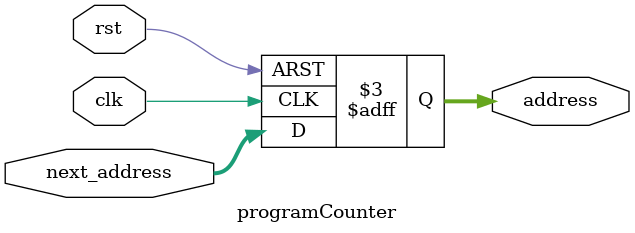
<source format=v>
module programCounter (input clk,
					   input rst,
					   input [15:0] next_address,
					   output reg [15:0] address);
	
	always @ (posedge clk or negedge rst) 
	begin
		if (~rst)
			address <= 16'h0000;
		else
			address <= next_address;
	end
	
					   

					   
endmodule
</source>
